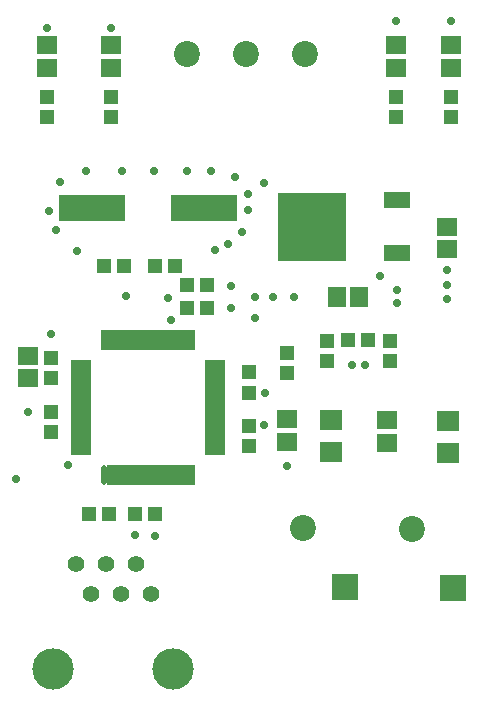
<source format=gts>
%FSLAX42Y42*%
%MOMM*%
G71*
G01*
G75*
G04 Layer_Color=8388736*
%ADD10R,1.50X0.30*%
%ADD11R,0.30X1.50*%
%ADD12O,0.30X1.50*%
%ADD13R,5.50X2.00*%
%ADD14R,1.68X1.52*%
%ADD15R,1.10X1.00*%
%ADD16R,1.00X1.10*%
%ADD17R,1.30X1.50*%
%ADD18R,1.50X1.30*%
%ADD19R,2.00X1.20*%
%ADD20R,5.60X5.60*%
%ADD21C,1.00*%
%ADD22C,0.25*%
%ADD23C,0.50*%
%ADD24C,2.00*%
%ADD25R,2.00X2.00*%
%ADD26C,1.20*%
%ADD27C,0.50*%
%ADD28C,3.30*%
%ADD29C,2.00*%
%ADD30C,0.20*%
%ADD31C,0.10*%
%ADD32R,1.70X0.50*%
%ADD33R,0.50X1.70*%
%ADD34O,0.50X1.70*%
%ADD35R,5.70X2.20*%
%ADD36R,1.88X1.72*%
%ADD37R,1.30X1.20*%
%ADD38R,1.20X1.30*%
%ADD39R,1.50X1.70*%
%ADD40R,1.70X1.50*%
%ADD41R,2.20X1.40*%
%ADD42R,5.80X5.80*%
%ADD43C,2.20*%
%ADD44R,2.20X2.20*%
%ADD45C,1.40*%
%ADD46C,0.70*%
%ADD47C,3.50*%
D32*
X655Y-3735D02*
D03*
Y-3685D02*
D03*
Y-3635D02*
D03*
Y-3585D02*
D03*
Y-3535D02*
D03*
Y-3485D02*
D03*
Y-3435D02*
D03*
Y-3385D02*
D03*
Y-3335D02*
D03*
Y-3285D02*
D03*
Y-3235D02*
D03*
Y-3185D02*
D03*
Y-3135D02*
D03*
Y-3085D02*
D03*
Y-3035D02*
D03*
Y-2985D02*
D03*
X1795D02*
D03*
Y-3035D02*
D03*
Y-3085D02*
D03*
Y-3135D02*
D03*
Y-3185D02*
D03*
Y-3235D02*
D03*
Y-3285D02*
D03*
Y-3335D02*
D03*
Y-3385D02*
D03*
Y-3435D02*
D03*
Y-3485D02*
D03*
Y-3535D02*
D03*
Y-3585D02*
D03*
Y-3635D02*
D03*
Y-3685D02*
D03*
Y-3735D02*
D03*
D33*
X850Y-2790D02*
D03*
X900D02*
D03*
X950D02*
D03*
X1000D02*
D03*
X1050D02*
D03*
X1100D02*
D03*
X1150D02*
D03*
X1200D02*
D03*
X1250D02*
D03*
X1300D02*
D03*
X1350D02*
D03*
X1400D02*
D03*
X1450D02*
D03*
X1500D02*
D03*
X1550D02*
D03*
X1600D02*
D03*
Y-3930D02*
D03*
X1550D02*
D03*
X1500D02*
D03*
X1450D02*
D03*
X1400D02*
D03*
X1350D02*
D03*
X1300D02*
D03*
X1250D02*
D03*
X1200D02*
D03*
X1150D02*
D03*
X1100D02*
D03*
X1050D02*
D03*
X1000D02*
D03*
X950D02*
D03*
X900D02*
D03*
D34*
X850D02*
D03*
D35*
X1700Y-1675D02*
D03*
X750D02*
D03*
D36*
X2770Y-3739D02*
D03*
Y-3470D02*
D03*
X3760Y-3749D02*
D03*
Y-3480D02*
D03*
D37*
X2915Y-2790D02*
D03*
X3085D02*
D03*
X725Y-4260D02*
D03*
X895D02*
D03*
X1020Y-2160D02*
D03*
X850D02*
D03*
X1450Y-2160D02*
D03*
X1280D02*
D03*
X1727Y-2517D02*
D03*
X1557D02*
D03*
X1727Y-2328D02*
D03*
X1557D02*
D03*
X1110Y-4260D02*
D03*
X1280D02*
D03*
D38*
X2400Y-2900D02*
D03*
Y-3070D02*
D03*
X370Y-905D02*
D03*
Y-735D02*
D03*
X910Y-905D02*
D03*
Y-735D02*
D03*
X3320Y-905D02*
D03*
Y-735D02*
D03*
X3790Y-905D02*
D03*
Y-735D02*
D03*
X2739Y-2966D02*
D03*
Y-2795D02*
D03*
X3269Y-2966D02*
D03*
Y-2796D02*
D03*
X399Y-3115D02*
D03*
Y-2945D02*
D03*
X2075Y-3515D02*
D03*
Y-3685D02*
D03*
X400Y-3570D02*
D03*
Y-3400D02*
D03*
X2075Y-3235D02*
D03*
Y-3065D02*
D03*
D39*
X3010Y-2430D02*
D03*
X2820D02*
D03*
D40*
X3755Y-2023D02*
D03*
Y-1833D02*
D03*
X3250Y-3660D02*
D03*
Y-3470D02*
D03*
X210Y-2925D02*
D03*
Y-3115D02*
D03*
X2400Y-3650D02*
D03*
Y-3460D02*
D03*
X370Y-295D02*
D03*
Y-485D02*
D03*
X910Y-295D02*
D03*
Y-485D02*
D03*
X3320Y-295D02*
D03*
Y-485D02*
D03*
X3790Y-295D02*
D03*
Y-485D02*
D03*
D41*
X3330Y-2055D02*
D03*
Y-1605D02*
D03*
D42*
X2610Y-1830D02*
D03*
D43*
X2540Y-4380D02*
D03*
X3460Y-4390D02*
D03*
X1550Y-370D02*
D03*
X2050D02*
D03*
X2550D02*
D03*
D44*
X2890Y-4880D02*
D03*
X3810Y-4890D02*
D03*
D45*
X610Y-4690D02*
D03*
X737Y-4944D02*
D03*
X991D02*
D03*
X864Y-4690D02*
D03*
X1118D02*
D03*
X1245Y-4944D02*
D03*
D46*
X447Y-1862D02*
D03*
X2021Y-1873D02*
D03*
X1900Y-1980D02*
D03*
X1794Y-2031D02*
D03*
X2073Y-1686D02*
D03*
Y-1558D02*
D03*
X1964Y-1412D02*
D03*
X1754Y-1363D02*
D03*
X3330Y-2370D02*
D03*
X3190Y-2250D02*
D03*
X1925Y-2330D02*
D03*
X1923Y-2517D02*
D03*
X2130Y-2430D02*
D03*
X3755Y-2200D02*
D03*
Y-2325D02*
D03*
X700Y-1360D02*
D03*
X476Y-1451D02*
D03*
X385Y-1700D02*
D03*
X625Y-2039D02*
D03*
X1000Y-1360D02*
D03*
X1275D02*
D03*
X1550D02*
D03*
X1389Y-2436D02*
D03*
X1420Y-2620D02*
D03*
X1110Y-4440D02*
D03*
X370Y-149D02*
D03*
X910D02*
D03*
X3790Y-90D02*
D03*
X3320D02*
D03*
X1040Y-2420D02*
D03*
X3330Y-2477D02*
D03*
X3755Y-2445D02*
D03*
X2210Y-3510D02*
D03*
X2400Y-3860D02*
D03*
X399Y-2740D02*
D03*
X550Y-3850D02*
D03*
X2210Y-1460D02*
D03*
X1280Y-4450D02*
D03*
X2280Y-2430D02*
D03*
X2460D02*
D03*
X2130Y-2600D02*
D03*
X2952Y-3003D02*
D03*
X3062D02*
D03*
X2212Y-3238D02*
D03*
X210Y-3400D02*
D03*
X102Y-3968D02*
D03*
D47*
X1436Y-5580D02*
D03*
X420D02*
D03*
M02*

</source>
